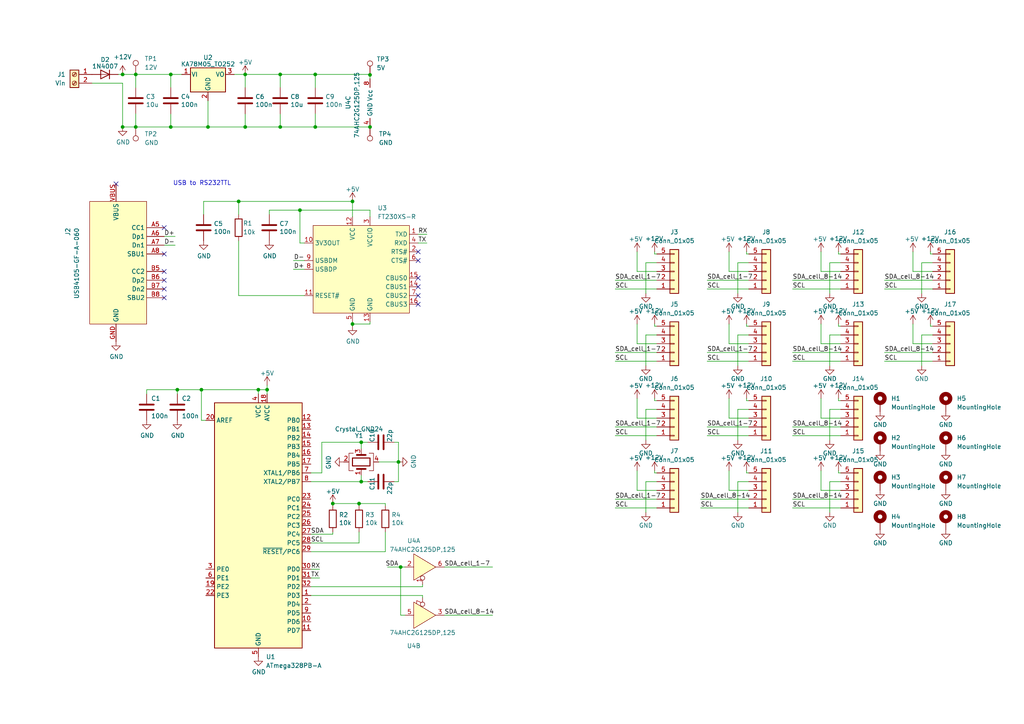
<source format=kicad_sch>
(kicad_sch (version 20230121) (generator eeschema)
  (paper "A4")
  (lib_symbols
    (symbol "Connector:Screw_Terminal_01x02" (pin_names (offset 1.016) hide)
      (property "Reference" "J" (at 0 2.54 0))
      (property "Value" "Screw_Terminal_01x02" (at 0 -5.08 0))
      (symbol "Screw_Terminal_01x02_1_1"
        (rectangle (start -1.27 1.27) (end 1.27 -3.81) (stroke (width 0.254)) (fill (type background)))
        (circle (center 0 -2.54) (radius 0.635) (stroke (width 0.1524)))
        (polyline (pts (xy -0.5334 -2.2098) (xy 0.3302 -3.048)) (stroke (width 0.1524)))
        (polyline (pts (xy -0.5334 0.3302) (xy 0.3302 -0.508)) (stroke (width 0.1524)))
        (polyline (pts (xy -0.3556 -2.032) (xy 0.508 -2.8702)) (stroke (width 0.1524)))
        (polyline (pts (xy -0.3556 0.508) (xy 0.508 -0.3302)) (stroke (width 0.1524)))
        (circle (center 0 0) (radius 0.635) (stroke (width 0.1524)))
        (pin passive line (at -5.08 0 0) (length 3.81) (name "Pin_1") (number "1"))
        (pin passive line (at -5.08 -2.54 0) (length 3.81) (name "Pin_2") (number "2"))
      )
    )
    (symbol "Connector:TestPoint" (pin_numbers hide) (pin_names (offset 0.762) hide)
      (property "Reference" "TP" (at 0 6.858 0))
      (property "Value" "TestPoint" (at 0 5.08 0))
      (symbol "TestPoint_0_1"
        (circle (center 0 3.302) (radius 0.762))
      )
      (symbol "TestPoint_1_1"
        (pin passive line (at 0 0 90) (length 2.54) (name "1") (number "1"))
      )
    )
    (symbol "Connector_Generic:Conn_01x05" (pin_names (offset 1.016) hide)
      (property "Reference" "J" (at 0 7.62 0))
      (property "Value" "Conn_01x05" (at 0 -7.62 0))
      (symbol "Conn_01x05_1_1"
        (rectangle (start -1.27 -4.953) (end 0 -5.207) (stroke (width 0.1524)))
        (rectangle (start -1.27 -2.413) (end 0 -2.667) (stroke (width 0.1524)))
        (rectangle (start -1.27 0.127) (end 0 -0.127) (stroke (width 0.1524)))
        (rectangle (start -1.27 2.667) (end 0 2.413) (stroke (width 0.1524)))
        (rectangle (start -1.27 5.207) (end 0 4.953) (stroke (width 0.1524)))
        (rectangle (start -1.27 6.35) (end 1.27 -6.35) (stroke (width 0.254)) (fill (type background)))
        (pin passive line (at -5.08 5.08 0) (length 3.81) (name "Pin_1") (number "1"))
        (pin passive line (at -5.08 2.54 0) (length 3.81) (name "Pin_2") (number "2"))
        (pin passive line (at -5.08 0 0) (length 3.81) (name "Pin_3") (number "3"))
        (pin passive line (at -5.08 -2.54 0) (length 3.81) (name "Pin_4") (number "4"))
        (pin passive line (at -5.08 -5.08 0) (length 3.81) (name "Pin_5") (number "5"))
      )
    )
    (symbol "Device:C" (pin_numbers hide) (pin_names (offset 0.254))
      (property "Reference" "C" (at 0.635 2.54 0))
      (property "Value" "C" (at 0.635 -2.54 0))
      (symbol "C_0_1"
        (polyline (pts (xy -2.032 -0.762) (xy 2.032 -0.762)) (stroke (width 0.508)))
        (polyline (pts (xy -2.032 0.762) (xy 2.032 0.762)) (stroke (width 0.508)))
      )
      (symbol "C_1_1"
        (pin passive line (at 0 3.81 270) (length 2.794) (name "~") (number "1"))
        (pin passive line (at 0 -3.81 90) (length 2.794) (name "~") (number "2"))
      )
    )
    (symbol "Device:Crystal_GND24" (pin_names (offset 1.016) hide)
      (property "Reference" "Y" (at 3.175 5.08 0))
      (property "Value" "Crystal_GND24" (at 3.175 3.175 0))
      (symbol "Crystal_GND24_0_1"
        (rectangle (start -1.143 2.54) (end 1.143 -2.54) (stroke (width 0.3048)))
        (polyline (pts (xy -2.54 0) (xy -2.032 0)))
        (polyline (pts (xy -2.032 -1.27) (xy -2.032 1.27)) (stroke (width 0.508)))
        (polyline (pts (xy 0 -3.81) (xy 0 -3.556)))
        (polyline (pts (xy 0 3.556) (xy 0 3.81)))
        (polyline (pts (xy 2.032 -1.27) (xy 2.032 1.27)) (stroke (width 0.508)))
        (polyline (pts (xy 2.032 0) (xy 2.54 0)))
        (polyline (pts (xy -2.54 -2.286) (xy -2.54 -3.556) (xy 2.54 -3.556) (xy 2.54 -2.286)))
        (polyline (pts (xy -2.54 2.286) (xy -2.54 3.556) (xy 2.54 3.556) (xy 2.54 2.286)))
      )
      (symbol "Crystal_GND24_1_1"
        (pin passive line (at -3.81 0 0) (length 1.27) (name "1") (number "1"))
        (pin passive line (at 0 5.08 270) (length 1.27) (name "2") (number "2"))
        (pin passive line (at 3.81 0 180) (length 1.27) (name "3") (number "3"))
        (pin passive line (at 0 -5.08 90) (length 1.27) (name "4") (number "4"))
      )
    )
    (symbol "Device:R" (pin_numbers hide) (pin_names (offset 0))
      (property "Reference" "R" (at 2.032 0 90))
      (property "Value" "R" (at 0 0 90))
      (symbol "R_0_1"
        (rectangle (start -1.016 -2.54) (end 1.016 2.54) (stroke (width 0.254)))
      )
      (symbol "R_1_1"
        (pin passive line (at 0 3.81 270) (length 1.27) (name "~") (number "1"))
        (pin passive line (at 0 -3.81 90) (length 1.27) (name "~") (number "2"))
      )
    )
    (symbol "Diode:1N4007" (pin_numbers hide) (pin_names hide)
      (property "Reference" "D" (at 0 2.54 0))
      (property "Value" "1N4007" (at 0 -2.54 0))
      (symbol "1N4007_0_1"
        (polyline (pts (xy -1.27 1.27) (xy -1.27 -1.27)) (stroke (width 0.254)))
        (polyline (pts (xy 1.27 0) (xy -1.27 0)))
        (polyline (pts (xy 1.27 1.27) (xy 1.27 -1.27) (xy -1.27 0) (xy 1.27 1.27)) (stroke (width 0.254)))
      )
      (symbol "1N4007_1_1"
        (pin passive line (at -3.81 0 0) (length 2.54) (name "K") (number "1"))
        (pin passive line (at 3.81 0 180) (length 2.54) (name "A") (number "2"))
      )
    )
    (symbol "MCU_Microchip_ATmega:ATmega328PB-A"
      (property "Reference" "U" (at -12.7 36.83 0))
      (property "Value" "ATmega328PB-A" (at 2.54 -36.83 0))
      (symbol "ATmega328PB-A_0_1"
        (rectangle (start -12.7 -35.56) (end 12.7 35.56) (stroke (width 0.254)) (fill (type background)))
      )
      (symbol "ATmega328PB-A_1_1"
        (pin bidirectional line (at 15.24 -20.32 180) (length 2.54) (name "PD3") (number "1"))
        (pin bidirectional line (at 15.24 -27.94 180) (length 2.54) (name "PD6") (number "10"))
        (pin bidirectional line (at 15.24 -30.48 180) (length 2.54) (name "PD7") (number "11"))
        (pin bidirectional line (at 15.24 30.48 180) (length 2.54) (name "PB0") (number "12"))
        (pin bidirectional line (at 15.24 27.94 180) (length 2.54) (name "PB1") (number "13"))
        (pin bidirectional line (at 15.24 25.4 180) (length 2.54) (name "PB2") (number "14"))
        (pin bidirectional line (at 15.24 22.86 180) (length 2.54) (name "PB3") (number "15"))
        (pin bidirectional line (at 15.24 20.32 180) (length 2.54) (name "PB4") (number "16"))
        (pin bidirectional line (at 15.24 17.78 180) (length 2.54) (name "PB5") (number "17"))
        (pin power_in line (at 2.54 38.1 270) (length 2.54) (name "AVCC") (number "18"))
        (pin bidirectional line (at -15.24 -17.78 0) (length 2.54) (name "PE2") (number "19"))
        (pin bidirectional line (at 15.24 -22.86 180) (length 2.54) (name "PD4") (number "2"))
        (pin passive line (at -15.24 30.48 0) (length 2.54) (name "AREF") (number "20"))
        (pin passive line (at 0 -38.1 90) (length 2.54) hide (name "GND") (number "21"))
        (pin bidirectional line (at -15.24 -20.32 0) (length 2.54) (name "PE3") (number "22"))
        (pin bidirectional line (at 15.24 7.62 180) (length 2.54) (name "PC0") (number "23"))
        (pin bidirectional line (at 15.24 5.08 180) (length 2.54) (name "PC1") (number "24"))
        (pin bidirectional line (at 15.24 2.54 180) (length 2.54) (name "PC2") (number "25"))
        (pin bidirectional line (at 15.24 0 180) (length 2.54) (name "PC3") (number "26"))
        (pin bidirectional line (at 15.24 -2.54 180) (length 2.54) (name "PC4") (number "27"))
        (pin bidirectional line (at 15.24 -5.08 180) (length 2.54) (name "PC5") (number "28"))
        (pin bidirectional line (at 15.24 -7.62 180) (length 2.54) (name "~{RESET}/PC6") (number "29"))
        (pin bidirectional line (at -15.24 -12.7 0) (length 2.54) (name "PE0") (number "3"))
        (pin bidirectional line (at 15.24 -12.7 180) (length 2.54) (name "PD0") (number "30"))
        (pin bidirectional line (at 15.24 -15.24 180) (length 2.54) (name "PD1") (number "31"))
        (pin bidirectional line (at 15.24 -17.78 180) (length 2.54) (name "PD2") (number "32"))
        (pin power_in line (at 0 38.1 270) (length 2.54) (name "VCC") (number "4"))
        (pin power_in line (at 0 -38.1 90) (length 2.54) (name "GND") (number "5"))
        (pin bidirectional line (at -15.24 -15.24 0) (length 2.54) (name "PE1") (number "6"))
        (pin bidirectional line (at 15.24 15.24 180) (length 2.54) (name "XTAL1/PB6") (number "7"))
        (pin bidirectional line (at 15.24 12.7 180) (length 2.54) (name "XTAL2/PB7") (number "8"))
        (pin bidirectional line (at 15.24 -25.4 180) (length 2.54) (name "PD5") (number "9"))
      )
    )
    (symbol "Mechanical:MountingHole_Pad" (pin_numbers hide) (pin_names (offset 1.016) hide)
      (property "Reference" "H" (at 0 6.35 0))
      (property "Value" "MountingHole_Pad" (at 0 4.445 0))
      (symbol "MountingHole_Pad_0_1"
        (circle (center 0 1.27) (radius 1.27) (stroke (width 1.27)))
      )
      (symbol "MountingHole_Pad_1_1"
        (pin input line (at 0 -2.54 90) (length 2.54) (name "1") (number "1"))
      )
    )
    (symbol "PR7 Custom:74AHC2G125DP,125"
      (property "Reference" "U" (at 0 3.81 0))
      (symbol "74AHC2G125DP,125_1_1"
        (polyline (pts (xy -2.54 3.81) (xy -2.54 -3.81) (xy 3.81 0) (xy -2.54 3.81)) (fill (type background)))
        (pin input inverted (at 0 -5.08 90) (length 2.54) (name "") (number "1"))
        (pin input line (at -5.08 0 0) (length 2.54) (name "") (number "2"))
        (pin output line (at 6.35 0 180) (length 2.54) (name "") (number "6"))
      )
      (symbol "74AHC2G125DP,125_2_1"
        (polyline (pts (xy -2.54 3.81) (xy -2.54 2.54) (xy -2.54 -3.81) (xy 3.81 0) (xy -2.54 3.81)) (fill (type background)))
        (pin output line (at 6.35 0 180) (length 2.54) (name "") (number "3"))
        (pin input line (at -5.08 0 0) (length 2.54) (name "") (number "5"))
        (pin input inverted (at 0 -5.08 90) (length 2.54) (name "") (number "7"))
      )
      (symbol "74AHC2G125DP,125_3_1"
        (pin power_out line (at 0 -7.62 90) (length 2.54) (name "GND") (number "4"))
        (pin power_in line (at 0 6.35 270) (length 2.54) (name "Vcc") (number "8"))
      )
    )
    (symbol "PR7 Custom:FT230XS-R"
      (property "Reference" "U" (at 13.97 20.32 0))
      (property "Value" "FT230XS-R" (at 6.35 0 0))
      (symbol "FT230XS-R_1_1"
        (rectangle (start -13.97 12.7) (end 13.97 -12.7) (fill (type background)))
        (pin bidirectional line (at 16.51 10.16 180) (length 2.54) (name "TXD") (number "1"))
        (pin bidirectional line (at -16.51 7.62 0) (length 2.54) (name "3V3OUT") (number "10"))
        (pin bidirectional line (at -16.51 -7.62 0) (length 2.54) (name "RESET#") (number "11"))
        (pin power_in line (at -2.54 15.24 270) (length 2.54) (name "VCC") (number "12"))
        (pin power_out line (at 2.54 -15.24 90) (length 2.54) (name "GND") (number "13"))
        (pin bidirectional line (at 16.51 -5.08 180) (length 2.54) (name "CBUS1") (number "14"))
        (pin bidirectional line (at 16.51 -2.54 180) (length 2.54) (name "CBUS0") (number "15"))
        (pin bidirectional line (at 16.51 -10.16 180) (length 2.54) (name "CBUS3") (number "16"))
        (pin bidirectional line (at 16.51 5.08 180) (length 2.54) (name "RTS#") (number "2"))
        (pin power_in line (at 2.54 15.24 270) (length 2.54) (name "VCCIO") (number "3"))
        (pin bidirectional line (at 16.51 7.62 180) (length 2.54) (name "RXD") (number "4"))
        (pin power_out line (at -2.54 -15.24 90) (length 2.54) (name "GND") (number "5"))
        (pin bidirectional line (at 16.51 2.54 180) (length 2.54) (name "CTS#") (number "6"))
        (pin bidirectional line (at 16.51 -7.62 180) (length 2.54) (name "CBUS2") (number "7"))
        (pin bidirectional line (at -16.51 0 0) (length 2.54) (name "USBDP") (number "8"))
        (pin bidirectional line (at -16.51 2.54 0) (length 2.54) (name "USBDM") (number "9"))
      )
    )
    (symbol "PR7 Custom:USB4105-GF-A-060"
      (property "Reference" "J" (at -6.35 20.32 0))
      (property "Value" "USB4105-GF-A-060" (at -10.16 0 90))
      (symbol "USB4105-GF-A-060_1_1"
        (rectangle (start -7.62 17.78) (end 8.89 -17.78) (fill (type background)))
        (pin bidirectional line (at 13.97 10.16 180) (length 5.08) (name "CC1") (number "A5"))
        (pin bidirectional line (at 13.97 7.62 180) (length 5.08) (name "Dp1") (number "A6"))
        (pin bidirectional line (at 13.97 5.08 180) (length 5.08) (name "Dn1") (number "A7"))
        (pin bidirectional line (at 13.97 2.54 180) (length 5.08) (name "SBU1") (number "A8"))
        (pin bidirectional line (at 13.97 -2.54 180) (length 5.08) (name "CC2") (number "B5"))
        (pin bidirectional line (at 13.97 -5.08 180) (length 5.08) (name "Dp2") (number "B6"))
        (pin bidirectional line (at 13.97 -7.62 180) (length 5.08) (name "Dn2") (number "B7"))
        (pin bidirectional line (at 13.97 -10.16 180) (length 5.08) (name "SBU2") (number "B8"))
        (pin passive line (at 0 -22.86 90) (length 5.08) (name "GND") (number "GND"))
        (pin passive line (at 0 22.86 270) (length 5.08) (name "VBUS") (number "VBUS"))
      )
    )
    (symbol "Regulator_Linear:KA78M05_TO252" (pin_names (offset 0.254))
      (property "Reference" "U" (at -3.81 3.175 0))
      (property "Value" "KA78M05_TO252" (at 0 3.175 0))
      (symbol "KA78M05_TO252_0_1"
        (rectangle (start -5.08 1.905) (end 5.08 -5.08) (stroke (width 0.254)) (fill (type background)))
      )
      (symbol "KA78M05_TO252_1_1"
        (pin power_in line (at -7.62 0 0) (length 2.54) (name "VI") (number "1"))
        (pin power_in line (at 0 -7.62 90) (length 2.54) (name "GND") (number "2"))
        (pin power_out line (at 7.62 0 180) (length 2.54) (name "VO") (number "3"))
      )
    )
    (symbol "power:+12V" (power) (pin_names (offset 0))
      (property "Value" "+12V" (at 0 3.556 0))
      (symbol "+12V_0_1"
        (polyline (pts (xy -0.762 1.27) (xy 0 2.54)))
        (polyline (pts (xy 0 0) (xy 0 2.54)))
        (polyline (pts (xy 0 2.54) (xy 0.762 1.27)))
      )
      (symbol "+12V_1_1"
        (pin power_in line (at 0 0 90) (length 0) hide (name "+12V") (number "1"))
      )
    )
    (symbol "power:+5V" (power) (pin_names (offset 0))
      (property "Value" "+5V" (at 0 3.556 0))
      (symbol "+5V_0_1"
        (polyline (pts (xy -0.762 1.27) (xy 0 2.54)))
        (polyline (pts (xy 0 0) (xy 0 2.54)))
        (polyline (pts (xy 0 2.54) (xy 0.762 1.27)))
      )
      (symbol "+5V_1_1"
        (pin power_in line (at 0 0 90) (length 0) hide (name "+5V") (number "1"))
      )
    )
    (symbol "power:GND" (power) (pin_names (offset 0))
      (property "Value" "GND" (at 0 -3.81 0))
      (symbol "GND_0_1"
        (polyline (pts (xy 0 0) (xy 0 -1.27) (xy 1.27 -1.27) (xy 0 -2.54) (xy -1.27 -1.27) (xy 0 -1.27)))
      )
      (symbol "GND_1_1"
        (pin power_in line (at 0 0 270) (length 0) hide (name "GND") (number "1"))
      )
    )
  )
  (junction (at 104.14 146.05))
  (junction (at 86.995 60.96))
  (junction (at 81.28 36.83))
  (junction (at 107.315 21.717))
  (junction (at 60.325 36.83))
  (junction (at 91.44 21.59))
  (junction (at 69.215 58.42))
  (junction (at 96.52 146.05))
  (junction (at 39.37 21.59))
  (junction (at 71.12 21.59))
  (junction (at 49.53 36.83))
  (junction (at 35.56 21.59))
  (junction (at 91.44 36.83))
  (junction (at 102.235 93.98))
  (junction (at 35.56 36.83))
  (junction (at 39.37 36.83))
  (junction (at 58.42 113.03))
  (junction (at 74.93 113.03))
  (junction (at 104.775 128.27))
  (junction (at 116.205 164.465))
  (junction (at 49.53 21.59))
  (junction (at 107.315 36.83))
  (junction (at 77.47 113.03))
  (junction (at 81.28 21.59))
  (junction (at 104.775 139.7))
  (junction (at 102.235 58.42))
  (junction (at 71.12 36.83))
  (junction (at 115.57 133.985))
  (junction (at 51.435 113.03))
  (no_connect (at 121.285 75.565))
  (no_connect (at 47.625 83.82))
  (no_connect (at 47.625 66.04))
  (no_connect (at 47.625 81.28))
  (no_connect (at 47.625 73.66))
  (no_connect (at 47.625 78.74))
  (no_connect (at 121.285 83.185))
  (no_connect (at 121.285 88.265))
  (no_connect (at 121.285 85.725))
  (no_connect (at 47.625 86.36))
  (no_connect (at 33.655 53.34))
  (no_connect (at 121.285 73.025))
  (no_connect (at 121.285 80.645))
  (wire (pts (xy 184.785 142.24) (xy 190.5 142.24)))
  (wire (pts (xy 116.205 164.465) (xy 117.475 164.465)))
  (wire (pts (xy 267.335 97.155) (xy 270.51 97.155)))
  (wire (pts (xy 229.87 81.28) (xy 243.84 81.28)))
  (wire (pts (xy 216.535 94.615) (xy 217.17 94.615)))
  (wire (pts (xy 109.855 133.985) (xy 115.57 133.985)))
  (wire (pts (xy 184.785 115.57) (xy 184.785 121.285)))
  (wire (pts (xy 85.09 78.105) (xy 88.265 78.105)))
  (wire (pts (xy 240.665 148.59) (xy 240.665 139.7)))
  (wire (pts (xy 211.455 115.57) (xy 211.455 121.285)))
  (wire (pts (xy 42.545 113.03) (xy 51.435 113.03)))
  (wire (pts (xy 264.795 78.74) (xy 270.51 78.74)))
  (wire (pts (xy 189.865 137.16) (xy 190.5 137.16)))
  (wire (pts (xy 205.105 126.365) (xy 217.17 126.365)))
  (wire (pts (xy 51.435 113.03) (xy 58.42 113.03)))
  (wire (pts (xy 216.535 136.525) (xy 216.535 137.16)))
  (wire (pts (xy 229.87 126.365) (xy 243.84 126.365)))
  (wire (pts (xy 243.205 73.66) (xy 243.84 73.66)))
  (wire (pts (xy 90.17 172.72) (xy 122.555 172.72)))
  (wire (pts (xy 115.57 133.985) (xy 115.57 128.27)))
  (wire (pts (xy 81.28 21.59) (xy 81.28 25.4)))
  (wire (pts (xy 238.125 136.525) (xy 238.125 142.24)))
  (wire (pts (xy 178.435 102.235) (xy 190.5 102.235)))
  (wire (pts (xy 35.56 36.83) (xy 39.37 36.83)))
  (wire (pts (xy 178.435 123.825) (xy 190.5 123.825)))
  (wire (pts (xy 211.455 99.695) (xy 217.17 99.695)))
  (wire (pts (xy 203.2 147.32) (xy 217.17 147.32)))
  (wire (pts (xy 240.665 106.045) (xy 240.665 97.155)))
  (wire (pts (xy 240.665 76.2) (xy 243.84 76.2)))
  (wire (pts (xy 187.325 76.2) (xy 190.5 76.2)))
  (wire (pts (xy 104.775 139.7) (xy 104.775 137.795)))
  (wire (pts (xy 267.335 106.045) (xy 267.335 97.155)))
  (wire (pts (xy 238.125 78.74) (xy 243.84 78.74)))
  (wire (pts (xy 104.775 130.175) (xy 104.775 128.27)))
  (wire (pts (xy 49.53 21.59) (xy 49.53 25.4)))
  (wire (pts (xy 243.205 93.98) (xy 243.205 94.615)))
  (wire (pts (xy 60.325 29.21) (xy 60.325 36.83)))
  (wire (pts (xy 211.455 142.24) (xy 217.17 142.24)))
  (wire (pts (xy 77.47 113.03) (xy 77.47 114.3)))
  (wire (pts (xy 189.865 73.66) (xy 190.5 73.66)))
  (wire (pts (xy 102.235 93.98) (xy 107.315 93.98)))
  (wire (pts (xy 243.205 94.615) (xy 243.84 94.615)))
  (wire (pts (xy 111.76 146.05) (xy 111.76 146.685)))
  (wire (pts (xy 102.235 93.98) (xy 102.235 94.615)))
  (wire (pts (xy 256.54 81.28) (xy 270.51 81.28)))
  (wire (pts (xy 178.435 144.78) (xy 190.5 144.78)))
  (wire (pts (xy 112.395 164.465) (xy 116.205 164.465)))
  (wire (pts (xy 211.455 73.025) (xy 211.455 78.74)))
  (wire (pts (xy 229.87 123.825) (xy 243.84 123.825)))
  (wire (pts (xy 121.285 67.945) (xy 123.825 67.945)))
  (wire (pts (xy 86.995 70.485) (xy 88.265 70.485)))
  (wire (pts (xy 213.995 127.635) (xy 213.995 118.745)))
  (wire (pts (xy 243.205 115.57) (xy 243.205 116.205)))
  (wire (pts (xy 187.325 85.09) (xy 187.325 76.2)))
  (wire (pts (xy 115.57 139.7) (xy 115.57 133.985)))
  (wire (pts (xy 107.315 93.98) (xy 107.315 93.345)))
  (wire (pts (xy 187.325 106.045) (xy 187.325 97.155)))
  (wire (pts (xy 104.14 157.48) (xy 104.14 154.305)))
  (wire (pts (xy 59.055 62.23) (xy 59.055 58.42)))
  (wire (pts (xy 189.865 94.615) (xy 190.5 94.615)))
  (wire (pts (xy 69.215 69.85) (xy 69.215 85.725)))
  (wire (pts (xy 189.865 93.98) (xy 189.865 94.615)))
  (wire (pts (xy 34.29 21.59) (xy 35.56 21.59)))
  (wire (pts (xy 238.125 93.98) (xy 238.125 99.695)))
  (wire (pts (xy 104.14 146.05) (xy 111.76 146.05)))
  (wire (pts (xy 205.105 81.28) (xy 217.17 81.28)))
  (wire (pts (xy 240.665 85.09) (xy 240.665 76.2)))
  (wire (pts (xy 184.785 121.285) (xy 190.5 121.285)))
  (wire (pts (xy 67.945 21.59) (xy 71.12 21.59)))
  (wire (pts (xy 116.205 178.435) (xy 116.205 164.465)))
  (wire (pts (xy 216.535 73.66) (xy 217.17 73.66)))
  (wire (pts (xy 243.205 136.525) (xy 243.205 137.16)))
  (wire (pts (xy 211.455 121.285) (xy 217.17 121.285)))
  (wire (pts (xy 229.87 144.78) (xy 243.84 144.78)))
  (wire (pts (xy 69.215 58.42) (xy 69.215 62.23)))
  (wire (pts (xy 269.875 94.615) (xy 270.51 94.615)))
  (wire (pts (xy 39.37 21.59) (xy 39.37 25.4)))
  (wire (pts (xy 256.54 83.82) (xy 270.51 83.82)))
  (wire (pts (xy 78.105 60.96) (xy 78.105 62.23)))
  (wire (pts (xy 178.435 104.775) (xy 190.5 104.775)))
  (wire (pts (xy 90.17 165.1) (xy 92.71 165.1)))
  (wire (pts (xy 211.455 78.74) (xy 217.17 78.74)))
  (wire (pts (xy 238.125 121.285) (xy 243.84 121.285)))
  (wire (pts (xy 184.785 136.525) (xy 184.785 142.24)))
  (wire (pts (xy 128.905 178.435) (xy 142.875 178.435)))
  (wire (pts (xy 240.665 118.745) (xy 243.84 118.745)))
  (wire (pts (xy 243.205 116.205) (xy 243.84 116.205)))
  (wire (pts (xy 187.325 127.635) (xy 187.325 118.745)))
  (wire (pts (xy 90.17 170.18) (xy 122.555 170.18)))
  (wire (pts (xy 213.995 76.2) (xy 217.17 76.2)))
  (wire (pts (xy 60.325 36.83) (xy 71.12 36.83)))
  (wire (pts (xy 59.055 58.42) (xy 69.215 58.42)))
  (wire (pts (xy 122.555 170.18) (xy 122.555 169.545)))
  (wire (pts (xy 187.325 97.155) (xy 190.5 97.155)))
  (wire (pts (xy 128.905 164.465) (xy 142.875 164.465)))
  (wire (pts (xy 189.865 115.57) (xy 189.865 116.205)))
  (wire (pts (xy 213.995 106.045) (xy 213.995 97.155)))
  (wire (pts (xy 229.87 104.775) (xy 243.84 104.775)))
  (wire (pts (xy 78.105 60.96) (xy 86.995 60.96)))
  (wire (pts (xy 86.995 60.96) (xy 86.995 70.485)))
  (wire (pts (xy 264.795 73.025) (xy 264.795 78.74)))
  (wire (pts (xy 102.235 93.345) (xy 102.235 93.98)))
  (wire (pts (xy 49.53 21.59) (xy 52.705 21.59)))
  (wire (pts (xy 229.87 147.32) (xy 243.84 147.32)))
  (wire (pts (xy 243.205 137.16) (xy 243.84 137.16)))
  (wire (pts (xy 71.12 33.02) (xy 71.12 36.83)))
  (wire (pts (xy 187.325 148.59) (xy 187.325 139.7)))
  (wire (pts (xy 39.37 36.83) (xy 49.53 36.83)))
  (wire (pts (xy 184.785 78.74) (xy 190.5 78.74)))
  (wire (pts (xy 81.28 33.02) (xy 81.28 36.83)))
  (wire (pts (xy 264.795 99.695) (xy 270.51 99.695)))
  (wire (pts (xy 117.475 178.435) (xy 116.205 178.435)))
  (wire (pts (xy 47.625 68.58) (xy 50.8 68.58)))
  (wire (pts (xy 256.54 104.775) (xy 270.51 104.775)))
  (wire (pts (xy 216.535 116.205) (xy 217.17 116.205)))
  (wire (pts (xy 211.455 136.525) (xy 211.455 142.24)))
  (wire (pts (xy 71.12 21.59) (xy 81.28 21.59)))
  (wire (pts (xy 106.68 139.7) (xy 104.775 139.7)))
  (wire (pts (xy 77.47 111.76) (xy 77.47 113.03)))
  (wire (pts (xy 229.87 102.235) (xy 243.84 102.235)))
  (wire (pts (xy 216.535 115.57) (xy 216.535 116.205)))
  (wire (pts (xy 86.995 60.96) (xy 107.315 60.96)))
  (wire (pts (xy 49.53 36.83) (xy 60.325 36.83)))
  (wire (pts (xy 81.28 36.83) (xy 91.44 36.83)))
  (wire (pts (xy 104.775 128.27) (xy 106.68 128.27)))
  (wire (pts (xy 216.535 73.025) (xy 216.535 73.66)))
  (wire (pts (xy 269.875 73.025) (xy 269.875 73.66)))
  (wire (pts (xy 178.435 83.82) (xy 190.5 83.82)))
  (wire (pts (xy 269.875 93.98) (xy 269.875 94.615)))
  (wire (pts (xy 71.12 21.59) (xy 71.12 25.4)))
  (wire (pts (xy 189.865 116.205) (xy 190.5 116.205)))
  (wire (pts (xy 184.785 73.025) (xy 184.785 78.74)))
  (wire (pts (xy 35.56 21.59) (xy 39.37 21.59)))
  (wire (pts (xy 104.14 146.05) (xy 104.14 146.685)))
  (wire (pts (xy 264.795 93.98) (xy 264.795 99.695)))
  (wire (pts (xy 39.37 33.02) (xy 39.37 36.83)))
  (wire (pts (xy 71.12 36.83) (xy 81.28 36.83)))
  (wire (pts (xy 91.44 36.83) (xy 107.315 36.83)))
  (wire (pts (xy 178.435 126.365) (xy 190.5 126.365)))
  (wire (pts (xy 107.315 60.96) (xy 107.315 62.865)))
  (wire (pts (xy 47.625 71.12) (xy 50.8 71.12)))
  (wire (pts (xy 203.2 144.78) (xy 217.17 144.78)))
  (wire (pts (xy 213.995 148.59) (xy 213.995 139.7)))
  (wire (pts (xy 91.44 21.59) (xy 91.44 25.4)))
  (wire (pts (xy 240.665 127.635) (xy 240.665 118.745)))
  (wire (pts (xy 205.105 102.235) (xy 217.17 102.235)))
  (wire (pts (xy 115.57 128.27) (xy 114.3 128.27)))
  (wire (pts (xy 90.17 167.64) (xy 92.71 167.64)))
  (wire (pts (xy 91.44 33.02) (xy 91.44 36.83)))
  (wire (pts (xy 93.345 137.16) (xy 93.345 128.27)))
  (wire (pts (xy 90.17 137.16) (xy 93.345 137.16)))
  (wire (pts (xy 256.54 102.235) (xy 270.51 102.235)))
  (wire (pts (xy 26.67 24.13) (xy 35.56 24.13)))
  (wire (pts (xy 102.235 58.42) (xy 102.235 62.865)))
  (wire (pts (xy 211.455 93.98) (xy 211.455 99.695)))
  (wire (pts (xy 107.315 21.59) (xy 107.315 21.717)))
  (wire (pts (xy 93.345 128.27) (xy 104.775 128.27)))
  (wire (pts (xy 269.875 73.66) (xy 270.51 73.66)))
  (wire (pts (xy 58.42 121.92) (xy 58.42 113.03)))
  (wire (pts (xy 49.53 33.02) (xy 49.53 36.83)))
  (wire (pts (xy 187.325 139.7) (xy 190.5 139.7)))
  (wire (pts (xy 69.215 85.725) (xy 88.265 85.725)))
  (wire (pts (xy 90.17 160.02) (xy 111.76 160.02)))
  (wire (pts (xy 107.315 21.717) (xy 107.315 22.86)))
  (wire (pts (xy 122.555 173.355) (xy 122.555 172.72)))
  (wire (pts (xy 90.17 139.7) (xy 104.775 139.7)))
  (wire (pts (xy 267.335 76.2) (xy 270.51 76.2)))
  (wire (pts (xy 240.665 139.7) (xy 243.84 139.7)))
  (wire (pts (xy 229.87 83.82) (xy 243.84 83.82)))
  (wire (pts (xy 58.42 113.03) (xy 74.93 113.03)))
  (wire (pts (xy 216.535 137.16) (xy 217.17 137.16)))
  (wire (pts (xy 205.105 104.775) (xy 217.17 104.775)))
  (wire (pts (xy 205.105 83.82) (xy 217.17 83.82)))
  (wire (pts (xy 96.52 154.94) (xy 96.52 154.305)))
  (wire (pts (xy 184.785 93.98) (xy 184.785 99.695)))
  (wire (pts (xy 96.52 146.05) (xy 96.52 146.685)))
  (wire (pts (xy 238.125 99.695) (xy 243.84 99.695)))
  (wire (pts (xy 205.105 123.825) (xy 217.17 123.825)))
  (wire (pts (xy 114.3 139.7) (xy 115.57 139.7)))
  (wire (pts (xy 238.125 115.57) (xy 238.125 121.285)))
  (wire (pts (xy 39.37 21.59) (xy 49.53 21.59)))
  (wire (pts (xy 121.285 70.485) (xy 123.825 70.485)))
  (wire (pts (xy 213.995 139.7) (xy 217.17 139.7)))
  (wire (pts (xy 90.17 157.48) (xy 104.14 157.48)))
  (wire (pts (xy 35.56 24.13) (xy 35.56 36.83)))
  (wire (pts (xy 213.995 85.09) (xy 213.995 76.2)))
  (wire (pts (xy 85.09 75.565) (xy 88.265 75.565)))
  (wire (pts (xy 51.435 113.03) (xy 51.435 114.3)))
  (wire (pts (xy 213.995 118.745) (xy 217.17 118.745)))
  (wire (pts (xy 189.865 73.025) (xy 189.865 73.66)))
  (wire (pts (xy 58.42 121.92) (xy 59.69 121.92)))
  (wire (pts (xy 240.665 97.155) (xy 243.84 97.155)))
  (wire (pts (xy 238.125 142.24) (xy 243.84 142.24)))
  (wire (pts (xy 213.995 97.155) (xy 217.17 97.155)))
  (wire (pts (xy 178.435 147.32) (xy 190.5 147.32)))
  (wire (pts (xy 81.28 21.59) (xy 91.44 21.59)))
  (wire (pts (xy 90.17 154.94) (xy 96.52 154.94)))
  (wire (pts (xy 74.93 113.03) (xy 77.47 113.03)))
  (wire (pts (xy 74.93 113.03) (xy 74.93 114.3)))
  (wire (pts (xy 267.335 85.09) (xy 267.335 76.2)))
  (wire (pts (xy 42.545 114.3) (xy 42.545 113.03)))
  (wire (pts (xy 111.76 154.305) (xy 111.76 160.02)))
  (wire (pts (xy 184.785 99.695) (xy 190.5 99.695)))
  (wire (pts (xy 96.52 146.05) (xy 104.14 146.05)))
  (wire (pts (xy 189.865 136.525) (xy 189.865 137.16)))
  (wire (pts (xy 243.205 73.025) (xy 243.205 73.66)))
  (wire (pts (xy 69.215 58.42) (xy 102.235 58.42)))
  (wire (pts (xy 178.435 81.28) (xy 190.5 81.28)))
  (wire (pts (xy 216.535 93.98) (xy 216.535 94.615)))
  (wire (pts (xy 187.325 118.745) (xy 190.5 118.745)))
  (wire (pts (xy 238.125 73.025) (xy 238.125 78.74)))
  (wire (pts (xy 91.44 21.59) (xy 107.315 21.59)))
  (text "USB to RS232TTL" (at 50.165 53.975 0) (effects (font (size 1.27 1.27)) (justify left bottom)))
  (label "SDA_cell_1-7" (at 178.435 81.28 0))
  (label "SDA_cell_8-14" (at 128.905 178.435 0))
  (label "SDA" (at 90.17 154.94 0))
  (label "SCL" (at 178.435 83.82 0))
  (label "SDA_cell_1-7" (at 205.105 102.235 0))
  (label "SDA_cell_1-7" (at 178.435 102.235 0))
  (label "SDA_cell_8-14" (at 256.54 81.28 0))
  (label "TX" (at 90.17 167.64 0))
  (label "SCL" (at 178.435 126.365 0))
  (label "SDA_cell_1-7" (at 178.435 123.825 0))
  (label "SDA" (at 115.57 164.465 180))
  (label "SCL" (at 205.105 126.365 0))
  (label "SCL" (at 205.105 83.82 0))
  (label "D-" (at 47.625 71.12 0))
  (label "SCL" (at 229.87 104.775 0))
  (label "SDA_cell_8-14" (at 229.87 123.825 0))
  (label "SCL" (at 90.17 157.48 0))
  (label "SCL" (at 256.54 104.775 0))
  (label "SCL" (at 178.435 147.32 0))
  (label "SDA_cell_1-7" (at 178.435 144.78 0))
  (label "SCL" (at 256.54 83.82 0))
  (label "TX" (at 121.285 70.485 0))
  (label "SCL" (at 229.87 147.32 0))
  (label "RX" (at 121.285 67.945 0))
  (label "D+" (at 88.265 78.105 180))
  (label "SDA_cell_8-14" (at 229.87 102.235 0))
  (label "D+" (at 47.625 68.58 0))
  (label "SDA_cell_8-14" (at 229.87 81.28 0))
  (label "SCL" (at 205.105 104.775 0))
  (label "SCL" (at 229.87 126.365 0))
  (label "D-" (at 88.265 75.565 180))
  (label "SDA_cell_8-14" (at 256.54 102.235 0))
  (label "SCL" (at 229.87 83.82 0))
  (label "SDA_cell_1-7" (at 205.105 81.28 0))
  (label "SDA_cell_1-7" (at 128.905 164.465 0))
  (label "SCL" (at 203.2 147.32 0))
  (label "RX" (at 90.17 165.1 0))
  (label "SDA_cell_1-7" (at 205.105 123.825 0))
  (label "SDA_cell_8-14" (at 229.87 144.78 0))
  (label "SCL" (at 178.435 104.775 0))
  (label "SDA_cell_8-14" (at 203.2 144.78 0))
  (symbol (lib_id "Connector_Generic:Conn_01x05") (at 195.58 99.695 0) (mirror x) (unit 1)
    (property "Reference" "J5" (at 195.58 88.265 0))
    (property "Value" "Conn_01x05" (at 195.58 90.805 0))
    (property "Footprint" "Connector_PinSocket_2.54mm:PinSocket_1x05_P2.54mm_Horizontal" (effects hide))
  )
  (symbol (lib_id "power:+12V") (at 243.205 136.525 0) (unit 1)
    (property "Reference" "#PWR039" (effects hide))
    (property "Value" "+12V" (at 245.745 132.715 0) (effects (justify right)))
  )
  (symbol (lib_id "power:+12V") (at 243.205 115.57 0) (unit 1)
    (property "Reference" "#PWR042" (effects hide))
    (property "Value" "+12V" (at 245.745 111.76 0) (effects (justify right)))
  )
  (symbol (lib_id "Device:R") (at 111.76 150.495 0) (unit 1)
    (property "Reference" "R4" (at 113.538 149.3266 0) (effects (justify left)))
    (property "Value" "10k" (at 113.538 151.638 0) (effects (justify left)))
    (property "Footprint" "Resistor_SMD:R_0805_2012Metric" (effects hide))
  )
  (symbol (lib_id "Device:C") (at 110.49 139.7 90) (unit 1)
    (property "Reference" "C11" (at 107.95 142.24 0) (effects (justify left)))
    (property "Value" "22p" (at 113.03 143.51 0) (effects (justify left)))
    (property "Footprint" "Capacitor_SMD:C_0805_2012Metric" (effects hide))
  )
  (symbol (lib_id "power:+5V") (at 184.785 136.525 0) (unit 1)
    (property "Reference" "#PWR025" (effects hide))
    (property "Value" "+5V" (at 186.436 132.842 0) (effects (justify right)))
  )
  (symbol (lib_id "power:GND") (at 187.325 127.635 0) (unit 1)
    (property "Reference" "#PWR023" (effects hide))
    (property "Value" "GND" (at 187.325 131.445 0))
  )
  (symbol (lib_id "Device:Crystal_GND24") (at 104.775 133.985 90) (unit 1)
    (property "Reference" "Y1" (at 104.14 126.365 90))
    (property "Value" "Crystal_GND24" (at 104.14 124.444 90))
    (property "Footprint" "Crystal:Crystal_SMD_3225-4Pin_3.2x2.5mm" (effects hide))
    (property "Datasheet" "https://nl.mouser.com/ProductDetail/ECS/ECS-160-7-33B2-CTN-TR3?qs=1Kr7Jg1SGW%2FBZUGgLr%252BF0g%3D%3D" (effects hide))
  )
  (symbol (lib_id "power:GND") (at 78.105 69.85 0) (unit 1)
    (property "Reference" "#PWR010" (effects hide))
    (property "Value" "GND" (at 78.232 74.2442 0))
  )
  (symbol (lib_id "Connector_Generic:Conn_01x05") (at 275.59 99.695 0) (mirror x) (unit 1)
    (property "Reference" "J17" (at 275.59 88.265 0))
    (property "Value" "Conn_01x05" (at 275.59 90.805 0))
    (property "Footprint" "Connector_PinSocket_2.54mm:PinSocket_1x05_P2.54mm_Horizontal" (effects hide))
  )
  (symbol (lib_id "Device:R") (at 96.52 150.495 0) (unit 1)
    (property "Reference" "R2" (at 98.298 149.3266 0) (effects (justify left)))
    (property "Value" "10k" (at 98.298 151.638 0) (effects (justify left)))
    (property "Footprint" "Resistor_SMD:R_0805_2012Metric" (effects hide))
  )
  (symbol (lib_id "Device:C") (at 110.49 128.27 90) (unit 1)
    (property "Reference" "C10" (at 107.95 128.27 0) (effects (justify left)))
    (property "Value" "22p" (at 113.03 128.27 0) (effects (justify left)))
    (property "Footprint" "Capacitor_SMD:C_0805_2012Metric" (effects hide))
  )
  (symbol (lib_id "Regulator_Linear:KA78M05_TO252") (at 60.325 21.59 0) (unit 1)
    (property "Reference" "U2" (at 60.325 16.6751 0))
    (property "Value" "KA78M05_TO252" (at 60.325 18.5961 0))
    (property "Footprint" "Package_TO_SOT_SMD:TO-252-2" (effects hide))
    (property "Datasheet" "https://www.onsemi.com/pub/Collateral/MC78M00-D.PDF" (effects hide))
  )
  (symbol (lib_id "power:+12V") (at 269.875 93.98 0) (unit 1)
    (property "Reference" "#PWR054" (effects hide))
    (property "Value" "+12V" (at 272.415 90.17 0) (effects (justify right)))
  )
  (symbol (lib_id "power:+5V") (at 77.47 111.76 0) (unit 1)
    (property "Reference" "#PWR08" (effects hide))
    (property "Value" "+5V" (at 77.47 108.2581 0))
  )
  (symbol (lib_id "power:+5V") (at 238.125 93.98 0) (unit 1)
    (property "Reference" "#PWR043" (effects hide))
    (property "Value" "+5V" (at 239.776 90.297 0) (effects (justify right)))
  )
  (symbol (lib_id "power:GND") (at 274.32 130.81 0) (unit 1)
    (property "Reference" "#PWR063" (effects hide))
    (property "Value" "GND" (at 274.32 134.62 0))
  )
  (symbol (lib_id "Device:C") (at 91.44 29.21 0) (unit 1)
    (property "Reference" "C9" (at 94.361 28.0416 0) (effects (justify left)))
    (property "Value" "100n" (at 94.361 30.353 0) (effects (justify left)))
    (property "Footprint" "Capacitor_SMD:C_0805_2012Metric" (effects hide))
  )
  (symbol (lib_id "power:GND") (at 213.995 148.59 0) (unit 1)
    (property "Reference" "#PWR057" (effects hide))
    (property "Value" "GND" (at 213.995 152.4 0))
  )
  (symbol (lib_id "power:GND") (at 255.27 130.81 0) (unit 1)
    (property "Reference" "#PWR060" (effects hide))
    (property "Value" "GND" (at 255.27 134.62 0))
  )
  (symbol (lib_id "power:GND") (at 240.665 106.045 0) (unit 1)
    (property "Reference" "#PWR044" (effects hide))
    (property "Value" "GND" (at 240.665 109.855 0))
  )
  (symbol (lib_id "power:GND") (at 74.93 190.5 0) (unit 1)
    (property "Reference" "#PWR07" (effects hide))
    (property "Value" "GND" (at 75.057 194.8942 0))
  )
  (symbol (lib_id "power:+12V") (at 243.205 73.025 0) (unit 1)
    (property "Reference" "#PWR048" (effects hide))
    (property "Value" "+12V" (at 245.745 69.215 0) (effects (justify right)))
  )
  (symbol (lib_id "power:+5V") (at 211.455 93.98 0) (unit 1)
    (property "Reference" "#PWR031" (effects hide))
    (property "Value" "+5V" (at 213.106 90.297 0) (effects (justify right)))
  )
  (symbol (lib_id "Connector:TestPoint") (at 107.315 21.717 0) (unit 1)
    (property "Reference" "TP3" (at 109.22 17.145 0) (effects (justify left)))
    (property "Value" "5V" (at 109.22 19.685 0) (effects (justify left)))
    (property "Footprint" "TestPoint:TestPoint_Pad_D2.5mm" (effects hide))
  )
  (symbol (lib_id "PR7 Custom:74AHC2G125DP,125") (at 122.555 178.435 0) (mirror x) (unit 2)
    (property "Reference" "U4" (at 120.015 187.325 0))
    (property "Value" "74AHC2G125DP,125" (at 122.555 183.515 0))
    (property "Footprint" "Package_SO:TSSOP-8_3x3mm_P0.65mm" (effects hide))
    (property "Datasheet" "https://www.digikey.nl/en/products/detail/nexperia-usa-inc/74AHC2G125DP-125/1229528" (effects hide))
  )
  (symbol (lib_id "Mechanical:MountingHole_Pad") (at 255.27 139.7 0) (unit 1)
    (property "Reference" "H3" (at 258.445 138.43 0) (effects (justify left)))
    (property "Value" "MountingHole" (at 258.445 140.97 0) (effects (justify left)))
    (property "Footprint" "MountingHole:MountingHole_3.2mm_M3_Pad_Via" (effects hide))
  )
  (symbol (lib_id "power:+12V") (at 189.865 73.025 0) (unit 1)
    (property "Reference" "#PWR016" (effects hide))
    (property "Value" "+12V" (at 192.405 69.215 0) (effects (justify right)))
  )
  (symbol (lib_id "power:+12V") (at 189.865 115.57 0) (unit 1)
    (property "Reference" "#PWR024" (effects hide))
    (property "Value" "+12V" (at 192.405 111.76 0) (effects (justify right)))
  )
  (symbol (lib_id "power:GND") (at 240.665 148.59 0) (unit 1)
    (property "Reference" "#PWR035" (effects hide))
    (property "Value" "GND" (at 240.665 152.4 0))
  )
  (symbol (lib_id "power:GND") (at 255.27 153.67 0) (unit 1)
    (property "Reference" "#PWR055" (effects hide))
    (property "Value" "GND" (at 255.27 157.48 0))
  )
  (symbol (lib_id "Mechanical:MountingHole_Pad") (at 255.27 151.13 0) (unit 1)
    (property "Reference" "H4" (at 258.445 149.86 0) (effects (justify left)))
    (property "Value" "MountingHole" (at 258.445 152.4 0) (effects (justify left)))
    (property "Footprint" "MountingHole:MountingHole_3.2mm_M3_Pad_Via" (effects hide))
  )
  (symbol (lib_id "Connector_Generic:Conn_01x05") (at 248.92 142.24 0) (mirror x) (unit 1)
    (property "Reference" "J15" (at 248.92 130.81 0))
    (property "Value" "Conn_01x05" (at 248.92 133.35 0))
    (property "Footprint" "Connector_PinSocket_2.54mm:PinSocket_1x05_P2.54mm_Horizontal" (effects hide))
  )
  (symbol (lib_id "power:GND") (at 187.325 148.59 0) (unit 1)
    (property "Reference" "#PWR026" (effects hide))
    (property "Value" "GND" (at 187.325 152.4 0))
  )
  (symbol (lib_id "Connector_Generic:Conn_01x05") (at 248.92 78.74 0) (mirror x) (unit 1)
    (property "Reference" "J12" (at 248.92 67.31 0))
    (property "Value" "Conn_01x05" (at 248.92 69.85 0))
    (property "Footprint" "Connector_PinSocket_2.54mm:PinSocket_1x05_P2.54mm_Horizontal" (effects hide))
  )
  (symbol (lib_id "power:GND") (at 255.27 119.38 0) (unit 1)
    (property "Reference" "#PWR061" (effects hide))
    (property "Value" "GND" (at 255.27 123.19 0))
  )
  (symbol (lib_id "Device:C") (at 51.435 118.11 0) (unit 1)
    (property "Reference" "C2" (at 52.705 115.57 0) (effects (justify left)))
    (property "Value" "100n" (at 52.705 120.65 0) (effects (justify left)))
    (property "Footprint" "Capacitor_SMD:C_0805_2012Metric" (effects hide))
  )
  (symbol (lib_id "power:+5V") (at 184.785 115.57 0) (unit 1)
    (property "Reference" "#PWR022" (effects hide))
    (property "Value" "+5V" (at 186.436 111.887 0) (effects (justify right)))
  )
  (symbol (lib_id "power:GND") (at 240.665 127.635 0) (unit 1)
    (property "Reference" "#PWR041" (effects hide))
    (property "Value" "GND" (at 240.665 131.445 0))
  )
  (symbol (lib_id "Connector_Generic:Conn_01x05") (at 195.58 121.285 0) (mirror x) (unit 1)
    (property "Reference" "J6" (at 195.58 109.855 0))
    (property "Value" "Conn_01x05" (at 195.58 112.395 0))
    (property "Footprint" "Connector_PinSocket_2.54mm:PinSocket_1x05_P2.54mm_Horizontal" (effects hide))
  )
  (symbol (lib_id "Mechanical:MountingHole_Pad") (at 255.27 116.84 0) (unit 1)
    (property "Reference" "H1" (at 258.445 115.57 0) (effects (justify left)))
    (property "Value" "MountingHole" (at 258.445 118.11 0) (effects (justify left)))
    (property "Footprint" "MountingHole:MountingHole_3.2mm_M3_Pad_Via" (effects hide))
  )
  (symbol (lib_id "power:+12V") (at 243.205 93.98 0) (unit 1)
    (property "Reference" "#PWR045" (effects hide))
    (property "Value" "+12V" (at 245.745 90.17 0) (effects (justify right)))
  )
  (symbol (lib_id "power:GND") (at 102.235 94.615 0) (unit 1)
    (property "Reference" "#PWR015" (effects hide))
    (property "Value" "GND" (at 102.362 99.0092 0))
  )
  (symbol (lib_id "Device:C") (at 39.37 29.21 0) (unit 1)
    (property "Reference" "C3" (at 42.291 28.0416 0) (effects (justify left)))
    (property "Value" "10u" (at 42.291 30.353 0) (effects (justify left)))
    (property "Footprint" "Capacitor_SMD:C_0805_2012Metric" (effects hide))
  )
  (symbol (lib_id "power:GND") (at 240.665 85.09 0) (unit 1)
    (property "Reference" "#PWR047" (effects hide))
    (property "Value" "GND" (at 240.665 88.9 0))
  )
  (symbol (lib_id "Connector_Generic:Conn_01x05") (at 222.25 99.695 0) (mirror x) (unit 1)
    (property "Reference" "J9" (at 222.25 88.265 0))
    (property "Value" "Conn_01x05" (at 222.25 90.805 0))
    (property "Footprint" "Connector_PinSocket_2.54mm:PinSocket_1x05_P2.54mm_Horizontal" (effects hide))
  )
  (symbol (lib_id "power:GND") (at 267.335 106.045 0) (unit 1)
    (property "Reference" "#PWR053" (effects hide))
    (property "Value" "GND" (at 267.335 109.855 0))
  )
  (symbol (lib_id "power:GND") (at 213.995 85.09 0) (unit 1)
    (property "Reference" "#PWR037" (effects hide))
    (property "Value" "GND" (at 213.995 88.9 0))
  )
  (symbol (lib_id "power:+5V") (at 211.455 73.025 0) (unit 1)
    (property "Reference" "#PWR036" (effects hide))
    (property "Value" "+5V" (at 213.106 69.342 0) (effects (justify right)))
  )
  (symbol (lib_id "MCU_Microchip_ATmega:ATmega328PB-A") (at 74.93 152.4 0) (unit 1)
    (property "Reference" "U1" (at 77.1241 190.5 0) (effects (justify left)))
    (property "Value" "ATmega328PB-A" (at 77.1241 193.04 0) (effects (justify left)))
    (property "Footprint" "Package_QFP:TQFP-32_7x7mm_P0.8mm" (effects hide))
    (property "Datasheet" "http://ww1.microchip.com/downloads/en/DeviceDoc/40001906C.pdf" (effects hide))
  )
  (symbol (lib_id "PR7 Custom:USB4105-GF-A-060") (at 33.655 76.2 0) (unit 1)
    (property "Reference" "J2" (at 19.685 66.04 90) (effects (justify right)))
    (property "Value" "USB4105-GF-A-060" (at 22.225 66.04 90) (effects (justify right)))
    (property "Footprint" "PR7_Custom_Footprints:GCT_USB4105-GF-A-060" (effects hide))
    (property "Datasheet" "https://nl.mouser.com/ProductDetail/GCT/USB4105-GF-A-060?qs=QNEnbhJQKvY2mocwNJzgfA%3D%3D" (effects hide))
  )
  (symbol (lib_id "power:+5V") (at 71.12 21.59 0) (unit 1)
    (property "Reference" "#PWR09" (effects hide))
    (property "Value" "+5V" (at 71.12 18.0881 0))
  )
  (symbol (lib_id "Device:C") (at 49.53 29.21 0) (unit 1)
    (property "Reference" "C4" (at 52.451 28.0416 0) (effects (justify left)))
    (property "Value" "100n" (at 52.451 30.353 0) (effects (justify left)))
    (property "Footprint" "Capacitor_SMD:C_0805_2012Metric" (effects hide))
  )
  (symbol (lib_id "Diode:1N4007") (at 30.48 21.59 0) (mirror y) (unit 1)
    (property "Reference" "D2" (at 30.48 17.3101 0))
    (property "Value" "1N4007" (at 30.48 19.2311 0))
    (property "Footprint" "Diode_THT:D_DO-41_SOD81_P2.54mm_Vertical_KathodeUp" (effects hide))
    (property "Datasheet" "http://www.vishay.com/docs/88503/1n4001.pdf" (effects hide))
    (property "Sim.Device" "D" (effects hide))
    (property "Sim.Pins" "1=K 2=A" (effects hide))
  )
  (symbol (lib_id "PR7 Custom:74AHC2G125DP,125") (at 107.315 29.21 0) (unit 3)
    (property "Reference" "U4" (at 100.965 31.75 90) (effects (justify left)))
    (property "Value" "74AHC2G125DP,125" (at 103.505 30.48 90))
    (property "Footprint" "Package_SO:TSSOP-8_3x3mm_P0.65mm" (effects hide))
    (property "Datasheet" "https://www.digikey.nl/en/products/detail/nexperia-usa-inc/74AHC2G125DP-125/1229528" (effects hide))
  )
  (symbol (lib_id "power:+5V") (at 264.795 93.98 0) (unit 1)
    (property "Reference" "#PWR052" (effects hide))
    (property "Value" "+5V" (at 266.446 90.297 0) (effects (justify right)))
  )
  (symbol (lib_id "power:GND") (at 59.055 69.85 0) (unit 1)
    (property "Reference" "#PWR06" (effects hide))
    (property "Value" "GND" (at 59.182 74.2442 0))
  )
  (symbol (lib_id "Device:R") (at 69.215 66.04 0) (unit 1)
    (property "Reference" "R1" (at 70.485 64.77 0) (effects (justify left)))
    (property "Value" "10k" (at 70.485 67.31 0) (effects (justify left)))
    (property "Footprint" "Resistor_SMD:R_0805_2012Metric" (effects hide))
  )
  (symbol (lib_id "Connector_Generic:Conn_01x05") (at 248.92 99.695 0) (mirror x) (unit 1)
    (property "Reference" "J13" (at 248.92 88.265 0))
    (property "Value" "Conn_01x05" (at 248.92 90.805 0))
    (property "Footprint" "Connector_PinSocket_2.54mm:PinSocket_1x05_P2.54mm_Horizontal" (effects hide))
  )
  (symbol (lib_id "Mechanical:MountingHole_Pad") (at 274.32 116.84 0) (unit 1)
    (property "Reference" "H5" (at 277.495 115.57 0) (effects (justify left)))
    (property "Value" "MountingHole" (at 277.495 118.11 0) (effects (justify left)))
    (property "Footprint" "MountingHole:MountingHole_3.2mm_M3_Pad_Via" (effects hide))
  )
  (symbol (lib_id "power:GND") (at 274.32 142.24 0) (unit 1)
    (property "Reference" "#PWR064" (effects hide))
    (property "Value" "GND" (at 274.32 146.05 0))
  )
  (symbol (lib_id "power:+12V") (at 35.56 21.59 0) (unit 1)
    (property "Reference" "#PWR04" (effects hide))
    (property "Value" "+12V" (at 35.56 16.51 0))
  )
  (symbol (lib_id "Connector_Generic:Conn_01x05") (at 195.58 78.74 0) (mirror x) (unit 1)
    (property "Reference" "J3" (at 195.58 67.31 0))
    (property "Value" "Conn_01x05" (at 195.58 69.85 0))
    (property "Footprint" "Connector_PinSocket_2.54mm:PinSocket_1x05_P2.54mm_Horizontal" (effects hide))
  )
  (symbol (lib_id "power:GND") (at 35.56 36.83 0) (unit 1)
    (property "Reference" "#PWR05" (effects hide))
    (property "Value" "GND" (at 35.687 41.2242 0))
  )
  (symbol (lib_id "power:+12V") (at 216.535 73.025 0) (unit 1)
    (property "Reference" "#PWR038" (effects hide))
    (property "Value" "+12V" (at 219.075 69.215 0) (effects (justify right)))
  )
  (symbol (lib_id "Connector:TestPoint") (at 39.37 36.83 180) (unit 1)
    (property "Reference" "TP2" (at 41.91 38.862 0) (effects (justify right)))
    (property "Value" "GND" (at 41.91 41.402 0) (effects (justify right)))
    (property "Footprint" "TestPoint:TestPoint_Pad_D2.5mm" (effects hide))
  )
  (symbol (lib_id "power:+5V") (at 184.785 73.025 0) (unit 1)
    (property "Reference" "#PWR017" (effects hide))
    (property "Value" "+5V" (at 186.436 69.342 0) (effects (justify right)))
  )
  (symbol (lib_id "power:GND") (at 274.32 119.38 0) (unit 1)
    (property "Reference" "#PWR062" (effects hide))
    (property "Value" "GND" (at 274.32 123.19 0))
  )
  (symbol (lib_id "power:+12V") (at 189.865 93.98 0) (unit 1)
    (property "Reference" "#PWR021" (effects hide))
    (property "Value" "+12V" (at 192.405 90.17 0) (effects (justify right)))
  )
  (symbol (lib_id "power:+5V") (at 238.125 136.525 0) (unit 1)
    (property "Reference" "#PWR034" (effects hide))
    (property "Value" "+5V" (at 239.776 132.842 0) (effects (justify right)))
  )
  (symbol (lib_id "Connector:Screw_Terminal_01x02") (at 21.59 21.59 0) (mirror y) (unit 1)
    (property "Reference" "J1" (at 19.05 21.59 0) (effects (justify left)))
    (property "Value" "Vin" (at 19.05 24.13 0) (effects (justify left)))
    (property "Footprint" "TerminalBlock_Phoenix:TerminalBlock_Phoenix_MKDS-1,5-2-5.08_1x02_P5.08mm_Horizontal" (effects hide))
  )
  (symbol (lib_id "power:GND") (at 51.435 121.92 0) (unit 1)
    (property "Reference" "#PWR03" (effects hide))
    (property "Value" "GND" (at 51.562 126.3142 0))
  )
  (symbol (lib_id "Mechanical:MountingHole_Pad") (at 274.32 128.27 0) (unit 1)
    (property "Reference" "H6" (at 277.495 127 0) (effects (justify left)))
    (property "Value" "MountingHole" (at 277.495 129.54 0) (effects (justify left)))
    (property "Footprint" "MountingHole:MountingHole_3.2mm_M3_Pad_Via" (effects hide))
  )
  (symbol (lib_id "power:GND") (at 267.335 85.09 0) (unit 1)
    (property "Reference" "#PWR050" (effects hide))
    (property "Value" "GND" (at 267.335 88.9 0))
  )
  (symbol (lib_id "power:+5V") (at 264.795 73.025 0) (unit 1)
    (property "Reference" "#PWR049" (effects hide))
    (property "Value" "+5V" (at 266.446 69.342 0) (effects (justify right)))
  )
  (symbol (lib_id "Connector_Generic:Conn_01x05") (at 222.25 121.285 0) (mirror x) (unit 1)
    (property "Reference" "J10" (at 222.25 109.855 0))
    (property "Value" "Conn_01x05" (at 222.25 112.395 0))
    (property "Footprint" "Connector_PinSocket_2.54mm:PinSocket_1x05_P2.54mm_Horizontal" (effects hide))
  )
  (symbol (lib_id "power:GND") (at 213.995 106.045 0) (unit 1)
    (property "Reference" "#PWR032" (effects hide))
    (property "Value" "GND" (at 213.995 109.855 0))
  )
  (symbol (lib_id "PR7 Custom:FT230XS-R") (at 104.775 78.105 0) (unit 1)
    (property "Reference" "U3" (at 109.5091 60.325 0) (effects (justify left)))
    (property "Value" "FT230XS-R" (at 109.5091 62.865 0) (effects (justify left)))
    (property "Footprint" "Package_SO:SSOP-16_3.9x4.9mm_P0.635mm" (effects hide))
    (property "Datasheet" "https://nl.mouser.com/ProductDetail/FTDI/FT230XS-R?qs=Gp1Yz1mis3XyCLeYOseSng%3D%3D" (effects hide))
  )
  (symbol (lib_id "power:+12V") (at 269.875 73.025 0) (unit 1)
    (property "Reference" "#PWR051" (effects hide))
    (property "Value" "+12V" (at 272.415 69.215 0) (effects (justify right)))
  )
  (symbol (lib_id "Device:C") (at 78.105 66.04 0) (unit 1)
    (property "Reference" "C7" (at 81.026 64.8716 0) (effects (justify left)))
    (property "Value" "100n" (at 81.026 67.183 0) (effects (justify left)))
    (property "Footprint" "Capacitor_SMD:C_0805_2012Metric" (effects hide))
  )
  (symbol (lib_id "power:GND") (at 42.545 121.92 0) (unit 1)
    (property "Reference" "#PWR01" (effects hide))
    (property "Value" "GND" (at 42.672 126.3142 0))
  )
  (symbol (lib_id "power:GND") (at 33.655 99.06 0) (unit 1)
    (property "Reference" "#PWR02" (effects hide))
    (property "Value" "GND" (at 33.782 103.4542 0))
  )
  (symbol (lib_id "power:+5V") (at 238.125 73.025 0) (unit 1)
    (property "Reference" "#PWR046" (effects hide))
    (property "Value" "+5V" (at 239.776 69.342 0) (effects (justify right)))
  )
  (symbol (lib_id "Connector_Generic:Conn_01x05") (at 222.25 78.74 0) (mirror x) (unit 1)
    (property "Reference" "J8" (at 222.25 67.31 0))
    (property "Value" "Conn_01x05" (at 222.25 69.85 0))
    (property "Footprint" "Connector_PinSocket_2.54mm:PinSocket_1x05_P2.54mm_Horizontal" (effects hide))
  )
  (symbol (lib_id "power:GND") (at 274.32 153.67 0) (unit 1)
    (property "Reference" "#PWR065" (effects hide))
    (property "Value" "GND" (at 274.32 157.48 0))
  )
  (symbol (lib_id "Mechanical:MountingHole_Pad") (at 274.32 151.13 0) (unit 1)
    (property "Reference" "H8" (at 277.495 149.86 0) (effects (justify left)))
    (property "Value" "MountingHole" (at 277.495 152.4 0) (effects (justify left)))
    (property "Footprint" "MountingHole:MountingHole_3.2mm_M3_Pad_Via" (effects hide))
  )
  (symbol (lib_id "Mechanical:MountingHole_Pad") (at 255.27 128.27 0) (unit 1)
    (property "Reference" "H2" (at 258.445 127 0) (effects (justify left)))
    (property "Value" "MountingHole" (at 258.445 129.54 0) (effects (justify left)))
    (property "Footprint" "MountingHole:MountingHole_3.2mm_M3_Pad_Via" (effects hide))
  )
  (symbol (lib_id "power:GND") (at 213.995 127.635 0) (unit 1)
    (property "Reference" "#PWR029" (effects hide))
    (property "Value" "GND" (at 213.995 131.445 0))
  )
  (symbol (lib_id "power:GND") (at 255.27 142.24 0) (unit 1)
    (property "Reference" "#PWR059" (effects hide))
    (property "Value" "GND" (at 255.27 146.05 0))
  )
  (symbol (lib_id "power:GND") (at 99.695 133.985 270) (unit 1)
    (property "Reference" "#PWR012" (effects hide))
    (property "Value" "GND" (at 95.3008 134.112 0))
  )
  (symbol (lib_id "power:+12V") (at 216.535 136.525 0) (unit 1)
    (property "Reference" "#PWR058" (effects hide))
    (property "Value" "+12V" (at 219.075 132.715 0) (effects (justify right)))
  )
  (symbol (lib_id "power:GND") (at 115.57 133.985 90) (unit 1)
    (property "Reference" "#PWR013" (effects hide))
    (property "Value" "GND" (at 119.9642 133.858 0))
  )
  (symbol (lib_id "Device:R") (at 104.14 150.495 0) (unit 1)
    (property "Reference" "R3" (at 105.918 149.3266 0) (effects (justify left)))
    (property "Value" "10k" (at 105.918 151.638 0) (effects (justify left)))
    (property "Footprint" "Resistor_SMD:R_0805_2012Metric" (effects hide))
  )
  (symbol (lib_id "power:+12V") (at 216.535 115.57 0) (unit 1)
    (property "Reference" "#PWR030" (effects hide))
    (property "Value" "+12V" (at 219.075 111.76 0) (effects (justify right)))
  )
  (symbol (lib_id "Device:C") (at 59.055 66.04 0) (unit 1)
    (property "Reference" "C5" (at 61.976 64.8716 0) (effects (justify left)))
    (property "Value" "100n" (at 61.976 67.183 0) (effects (justify left)))
    (property "Footprint" "Capacitor_SMD:C_0805_2012Metric" (effects hide))
  )
  (symbol (lib_id "power:+12V") (at 216.535 93.98 0) (unit 1)
    (property "Reference" "#PWR033" (effects hide))
    (property "Value" "+12V" (at 219.075 90.17 0) (effects (justify right)))
  )
  (symbol (lib_id "Device:C") (at 42.545 118.11 0) (unit 1)
    (property "Reference" "C1" (at 43.815 115.57 0) (effects (justify left)))
    (property "Value" "100n" (at 43.815 120.65 0) (effects (justify left)))
    (property "Footprint" "Capacitor_SMD:C_0805_2012Metric" (effects hide))
  )
  (symbol (lib_id "power:+5V") (at 211.455 115.57 0) (unit 1)
    (property "Reference" "#PWR028" (effects hide))
    (property "Value" "+5V" (at 213.106 111.887 0) (effects (justify right)))
  )
  (symbol (lib_id "Connector:TestPoint") (at 107.315 36.83 180) (unit 1)
    (property "Reference" "TP4" (at 109.855 38.862 0) (effects (justify right)))
    (property "Value" "GND" (at 109.855 41.402 0) (effects (justify right)))
    (property "Footprint" "TestPoint:TestPoint_Pad_D2.5mm" (effects hide))
  )
  (symbol (lib_id "Connector_Generic:Conn_01x05") (at 275.59 78.74 0) (mirror x) (unit 1)
    (property "Reference" "J16" (at 275.59 67.31 0))
    (property "Value" "Conn_01x05" (at 275.59 69.85 0))
    (property "Footprint" "Connector_PinSocket_2.54mm:PinSocket_1x05_P2.54mm_Horizontal" (effects hide))
  )
  (symbol (lib_id "Device:C") (at 71.12 29.21 0) (unit 1)
    (property "Reference" "C6" (at 74.041 28.0416 0) (effects (justify left)))
    (property "Value" "100n" (at 74.041 30.353 0) (effects (justify left)))
    (property "Footprint" "Capacitor_SMD:C_0805_2012Metric" (effects hide))
  )
  (symbol (lib_id "PR7 Custom:74AHC2G125DP,125") (at 122.555 164.465 0) (unit 1)
    (property "Reference" "U4" (at 120.015 156.845 0))
    (property "Value" "74AHC2G125DP,125" (at 122.555 159.385 0))
    (property "Footprint" "Package_SO:TSSOP-8_3x3mm_P0.65mm" (effects hide))
    (property "Datasheet" "https://www.digikey.nl/en/products/detail/nexperia-usa-inc/74AHC2G125DP-125/1229528" (effects hide))
  )
  (symbol (lib_id "Device:C") (at 81.28 29.21 0) (unit 1)
    (property "Reference" "C8" (at 84.201 28.0416 0) (effects (justify left)))
    (property "Value" "10u" (at 84.201 30.353 0) (effects (justify left)))
    (property "Footprint" "Capacitor_SMD:C_0805_2012Metric" (effects hide))
  )
  (symbol (lib_id "Connector_Generic:Conn_01x05") (at 222.25 142.24 0) (mirror x) (unit 1)
    (property "Reference" "J11" (at 222.25 130.81 0))
    (property "Value" "Conn_01x05" (at 222.25 133.35 0))
    (property "Footprint" "Connector_PinSocket_2.54mm:PinSocket_1x05_P2.54mm_Horizontal" (effects hide))
  )
  (symbol (lib_id "power:+5V") (at 211.455 136.525 0) (unit 1)
    (property "Reference" "#PWR056" (effects hide))
    (property "Value" "+5V" (at 213.106 132.842 0) (effects (justify right)))
  )
  (symbol (lib_id "power:+5V") (at 238.125 115.57 0) (unit 1)
    (property "Reference" "#PWR040" (effects hide))
    (property "Value" "+5V" (at 239.776 111.887 0) (effects (justify right)))
  )
  (symbol (lib_id "power:GND") (at 187.325 85.09 0) (unit 1)
    (property "Reference" "#PWR018" (effects hide))
    (property "Value" "GND" (at 187.325 88.9 0))
  )
  (symbol (lib_id "power:+12V") (at 189.865 136.525 0) (unit 1)
    (property "Reference" "#PWR027" (effects hide))
    (property "Value" "+12V" (at 192.405 132.715 0) (effects (justify right)))
  )
  (symbol (lib_id "Mechanical:MountingHole_Pad") (at 274.32 139.7 0) (unit 1)
    (property "Reference" "H7" (at 277.495 138.43 0) (effects (justify left)))
    (property "Value" "MountingHole" (at 277.495 140.97 0) (effects (justify left)))
    (property "Footprint" "MountingHole:MountingHole_3.2mm_M3_Pad_Via" (effects hide))
  )
  (symbol (lib_id "power:+5V") (at 102.235 58.42 0) (unit 1)
    (property "Reference" "#PWR014" (effects hide))
    (property "Value" "+5V" (at 102.235 54.9181 0))
  )
  (symbol (lib_id "Connector:TestPoint") (at 39.37 21.59 0) (unit 1)
    (property "Reference" "TP1" (at 41.91 17.018 0) (effects (justify left)))
    (property "Value" "12V" (at 41.91 19.558 0) (effects (justify left)))
    (property "Footprint" "TestPoint:TestPoint_Pad_D2.5mm" (effects hide))
  )
  (symbol (lib_id "power:+5V") (at 184.785 93.98 0) (unit 1)
    (property "Reference" "#PWR019" (effects hide))
    (property "Value" "+5V" (at 186.436 90.297 0) (effects (justify right)))
  )
  (symbol (lib_id "Connector_Generic:Conn_01x05") (at 195.58 142.24 0) (mirror x) (unit 1)
    (property "Reference" "J7" (at 195.58 130.81 0))
    (property "Value" "Conn_01x05" (at 195.58 133.35 0))
    (property "Footprint" "Connector_PinSocket_2.54mm:PinSocket_1x05_P2.54mm_Horizontal" (effects hide))
  )
  (symbol (lib_id "Connector_Generic:Conn_01x05") (at 248.92 121.285 0) (mirror x) (unit 1)
    (property "Reference" "J14" (at 248.92 109.855 0))
    (property "Value" "Conn_01x05" (at 248.92 112.395 0))
    (property "Footprint" "Connector_PinSocket_2.54mm:PinSocket_1x05_P2.54mm_Horizontal" (effects hide))
  )
  (symbol (lib_id "power:GND") (at 187.325 106.045 0) (unit 1)
    (property "Reference" "#PWR020" (effects hide))
    (property "Value" "GND" (at 187.325 109.855 0))
  )
  (symbol (lib_id "power:+5V") (at 96.52 146.05 0) (unit 1)
    (property "Reference" "#PWR011" (effects hide))
    (property "Value" "+5V" (at 96.52 142.5481 0))
  )
)
</source>
